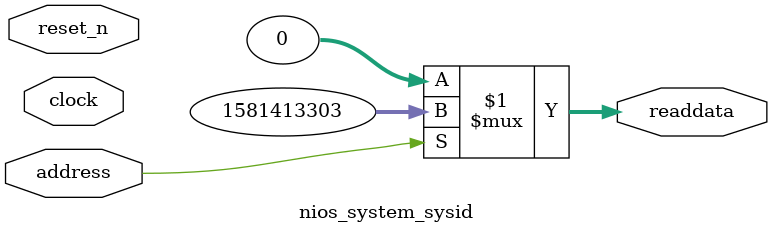
<source format=v>

`timescale 1ns / 1ps
// synthesis translate_on

// turn off superfluous verilog processor warnings 
// altera message_level Level1 
// altera message_off 10034 10035 10036 10037 10230 10240 10030 

module nios_system_sysid (
               // inputs:
                address,
                clock,
                reset_n,

               // outputs:
                readdata
             )
;

  output  [ 31: 0] readdata;
  input            address;
  input            clock;
  input            reset_n;

  wire    [ 31: 0] readdata;
  //control_slave, which is an e_avalon_slave
  assign readdata = address ? 1581413303 : 0;

endmodule




</source>
